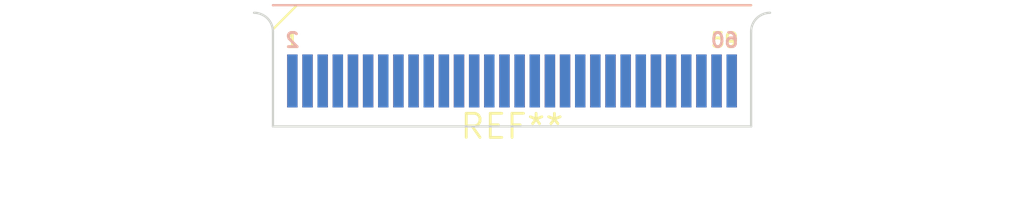
<source format=kicad_pcb>
(kicad_pcb (version 20240108) (generator pcbnew)
  (layers (0 "F.Cu" signal) (31 "B.Cu" signal) (34 "B.Paste" user) (35 "F.Paste" user) (36 "B.SilkS" user "B.Silkscreen") (37 "F.SilkS" user "F.Silkscreen") (38 "B.Mask" user) (39 "F.Mask" user) (44 "Edge.Cuts" user))
  (net 0 "")
  (footprint "Samtec_HSEC8-130-X-X-DV_2x30_P0.8mm_Wing_Edge" (layer "F.Cu") (at 0 0)
    (property "Reference" "REF**")
    (property "Value" "Samtec_HSEC8-130-X-X-DV_2x30_P0.8mm_Wing_Edge")
    (fp_line (start -12.625 -6.4) (end -12.625 -6.4) (layer "B.SilkS") (stroke (width 0.12)))
    (fp_line (start -12.625 -6.4) (end 12.625 -6.4) (layer "B.SilkS") (stroke (width 0.12)))
    (fp_line (start -12.625 -5.13) (end -11.355 -6.4) (layer "F.SilkS") (stroke (width 0.12)))
    (fp_line (start -11.355 -6.4) (end 12.625 -6.4) (layer "F.SilkS") (stroke (width 0.12)))
    (fp_line (start -12.625 -5) (end -12.625 0) (layer "Edge.Cuts") (stroke (width 0.12)))
    (fp_line (start -12.625 0) (end 12.625 0) (layer "Edge.Cuts") (stroke (width 0.12)))
    (fp_line (start 12.625 0) (end 12.625 -5) (layer "Edge.Cuts") (stroke (width 0.12)))
    (fp_arc (start -13.625 -6) (mid -12.917893 -5.707107) (end -12.625 -5) (layer "Edge.Cuts") (stroke (width 0.12)))
    (fp_arc (start 12.625 -5) (mid 12.917893 -5.707107) (end 13.625 -6) (layer "Edge.Cuts") (stroke (width 0.12)))
    (fp_text user "2" (at -11.6 -4.55 0) (layer "B.SilkS") (effects (font (size 0.75 0.75)) (justify mirror)))
    (fp_text user "60" (at 11.225 -4.55 0) (layer "B.SilkS") (effects (font (size 0.75 0.75)) (justify mirror)))
    (fp_text user "1" (at -11.6 -4.55 0) (layer "F.SilkS") (effects (font (size 0.75 0.75))))
    (fp_text user "59" (at 11.225 -4.55 0) (layer "F.SilkS") (effects (font (size 0.75 0.75))))
    (pad "1" connect rect (at -11.6 -2.4) (size 0.55 2.8) (layers "F.Cu" "F.Mask"))
    (pad "2" connect rect (at -11.6 -2.4) (size 0.55 2.8) (layers "B.Cu" "B.Mask"))
    (pad "3" connect rect (at -10.8 -2.4) (size 0.55 2.8) (layers "F.Cu" "F.Mask"))
    (pad "4" connect rect (at -10.8 -2.4) (size 0.55 2.8) (layers "B.Cu" "B.Mask"))
    (pad "5" connect rect (at -10 -2.4) (size 0.55 2.8) (layers "F.Cu" "F.Mask"))
    (pad "6" connect rect (at -10 -2.4) (size 0.55 2.8) (layers "B.Cu" "B.Mask"))
    (pad "7" connect rect (at -9.2 -2.4) (size 0.55 2.8) (layers "F.Cu" "F.Mask"))
    (pad "8" connect rect (at -9.2 -2.4) (size 0.55 2.8) (layers "B.Cu" "B.Mask"))
    (pad "9" connect rect (at -8.4 -2.4) (size 0.55 2.8) (layers "F.Cu" "F.Mask"))
    (pad "10" connect rect (at -8.4 -2.4) (size 0.55 2.8) (layers "B.Cu" "B.Mask"))
    (pad "11" connect rect (at -7.6 -2.4) (size 0.55 2.8) (layers "F.Cu" "F.Mask"))
    (pad "12" connect rect (at -7.6 -2.4) (size 0.55 2.8) (layers "B.Cu" "B.Mask"))
    (pad "13" connect rect (at -6.8 -2.4) (size 0.55 2.8) (layers "F.Cu" "F.Mask"))
    (pad "14" connect rect (at -6.8 -2.4) (size 0.55 2.8) (layers "B.Cu" "B.Mask"))
    (pad "15" connect rect (at -6 -2.4) (size 0.55 2.8) (layers "F.Cu" "F.Mask"))
    (pad "16" connect rect (at -6 -2.4) (size 0.55 2.8) (layers "B.Cu" "B.Mask"))
    (pad "17" connect rect (at -5.2 -2.4) (size 0.55 2.8) (layers "F.Cu" "F.Mask"))
    (pad "18" connect rect (at -5.2 -2.4) (size 0.55 2.8) (layers "B.Cu" "B.Mask"))
    (pad "19" connect rect (at -4.4 -2.4) (size 0.55 2.8) (layers "F.Cu" "F.Mask"))
    (pad "20" connect rect (at -4.4 -2.4) (size 0.55 2.8) (layers "B.Cu" "B.Mask"))
    (pad "21" connect rect (at -3.6 -2.4) (size 0.55 2.8) (layers "F.Cu" "F.Mask"))
    (pad "22" connect rect (at -3.6 -2.4) (size 0.55 2.8) (layers "B.Cu" "B.Mask"))
    (pad "23" connect rect (at -2.8 -2.4) (size 0.55 2.8) (layers "F.Cu" "F.Mask"))
    (pad "24" connect rect (at -2.8 -2.4) (size 0.55 2.8) (layers "B.Cu" "B.Mask"))
    (pad "25" connect rect (at -2 -2.4) (size 0.55 2.8) (layers "F.Cu" "F.Mask"))
    (pad "26" connect rect (at -2 -2.4) (size 0.55 2.8) (layers "B.Cu" "B.Mask"))
    (pad "27" connect rect (at -1.2 -2.4) (size 0.55 2.8) (layers "F.Cu" "F.Mask"))
    (pad "28" connect rect (at -1.2 -2.4) (size 0.55 2.8) (layers "B.Cu" "B.Mask"))
    (pad "29" connect rect (at -0.4 -2.4) (size 0.55 2.8) (layers "F.Cu" "F.Mask"))
    (pad "30" connect rect (at -0.4 -2.4) (size 0.55 2.8) (layers "B.Cu" "B.Mask"))
    (pad "31" connect rect (at 0.4 -2.4) (size 0.55 2.8) (layers "F.Cu" "F.Mask"))
    (pad "32" connect rect (at 0.4 -2.4) (size 0.55 2.8) (layers "B.Cu" "B.Mask"))
    (pad "33" connect rect (at 1.2 -2.4) (size 0.55 2.8) (layers "F.Cu" "F.Mask"))
    (pad "34" connect rect (at 1.2 -2.4) (size 0.55 2.8) (layers "B.Cu" "B.Mask"))
    (pad "35" connect rect (at 2 -2.4) (size 0.55 2.8) (layers "F.Cu" "F.Mask"))
    (pad "36" connect rect (at 2 -2.4) (size 0.55 2.8) (layers "B.Cu" "B.Mask"))
    (pad "37" connect rect (at 2.8 -2.4) (size 0.55 2.8) (layers "F.Cu" "F.Mask"))
    (pad "38" connect rect (at 2.8 -2.4) (size 0.55 2.8) (layers "B.Cu" "B.Mask"))
    (pad "39" connect rect (at 3.6 -2.4) (size 0.55 2.8) (layers "F.Cu" "F.Mask"))
    (pad "40" connect rect (at 3.6 -2.4) (size 0.55 2.8) (layers "B.Cu" "B.Mask"))
    (pad "41" connect rect (at 4.4 -2.4) (size 0.55 2.8) (layers "F.Cu" "F.Mask"))
    (pad "42" connect rect (at 4.4 -2.4) (size 0.55 2.8) (layers "B.Cu" "B.Mask"))
    (pad "43" connect rect (at 5.2 -2.4) (size 0.55 2.8) (layers "F.Cu" "F.Mask"))
    (pad "44" connect rect (at 5.2 -2.4) (size 0.55 2.8) (layers "B.Cu" "B.Mask"))
    (pad "45" connect rect (at 6 -2.4) (size 0.55 2.8) (layers "F.Cu" "F.Mask"))
    (pad "46" connect rect (at 6 -2.4) (size 0.55 2.8) (layers "B.Cu" "B.Mask"))
    (pad "47" connect rect (at 6.8 -2.4) (size 0.55 2.8) (layers "F.Cu" "F.Mask"))
    (pad "48" connect rect (at 6.8 -2.4) (size 0.55 2.8) (layers "B.Cu" "B.Mask"))
    (pad "49" connect rect (at 7.6 -2.4) (size 0.55 2.8) (layers "F.Cu" "F.Mask"))
    (pad "50" connect rect (at 7.6 -2.4) (size 0.55 2.8) (layers "B.Cu" "B.Mask"))
    (pad "51" connect rect (at 8.4 -2.4) (size 0.55 2.8) (layers "F.Cu" "F.Mask"))
    (pad "52" connect rect (at 8.4 -2.4) (size 0.55 2.8) (layers "B.Cu" "B.Mask"))
    (pad "53" connect rect (at 9.2 -2.4) (size 0.55 2.8) (layers "F.Cu" "F.Mask"))
    (pad "54" connect rect (at 9.2 -2.4) (size 0.55 2.8) (layers "B.Cu" "B.Mask"))
    (pad "55" connect rect (at 10 -2.4) (size 0.55 2.8) (layers "F.Cu" "F.Mask"))
    (pad "56" connect rect (at 10 -2.4) (size 0.55 2.8) (layers "B.Cu" "B.Mask"))
    (pad "57" connect rect (at 10.8 -2.4) (size 0.55 2.8) (layers "F.Cu" "F.Mask"))
    (pad "58" connect rect (at 10.8 -2.4) (size 0.55 2.8) (layers "B.Cu" "B.Mask"))
    (pad "59" connect rect (at 11.6 -2.4) (size 0.55 2.8) (layers "F.Cu" "F.Mask"))
    (pad "60" connect rect (at 11.6 -2.4) (size 0.55 2.8) (layers "B.Cu" "B.Mask"))
  )
)
</source>
